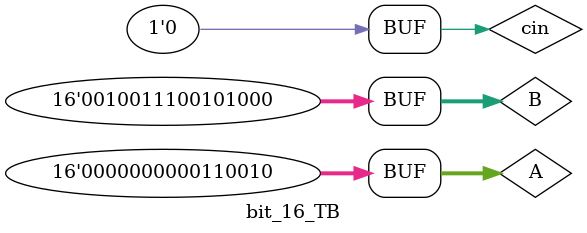
<source format=v>
`timescale 1ns / 1ps


module bit_16_TB;
    // Inputs
    reg[15:0] A;
    reg[15:0] B;
    reg cin;

    // Outputs
    wire[15:0] sum;
    wire cout;

    bit_16 A1(.A(A), .B(B), .cin(cin), 
            .sum(sum), .cout(cout));
    
    initial 
        begin
            $monitor ("A = %d, B = %d, cin = %b, sum = %d, cout = %b\n", A, B, cin, sum, cout);

            // Test cases
            // 16-bit unsigned numbers can vary from [0, 65535]
            // Output can range from [0, 131071]
            A = 16'd65000; B = 16'd65340; cin = 1'd0;       // sum = 16'64804, cout = 1'd1
            #100;
            A = 16'd58135; B = 16'd3592; cin = 1'd0;        // sum = 16'61727, cout = 1'd0
            #100;
            A = 16'd1005; B = 16'd69; cin = 1'd1;           // sum = 16'd1075, cout = 1'd0
            #100;
            A = 16'd15124; B = 16'd5383; cin = 1'd1;        // sum = 16'20508, cout = 1'd0
            #100;
            A = 16'd50; B = 16'd10024; cin = 1'd0;          // sum = 16'd10074, cout = 1'd0
        end

endmodule
</source>
